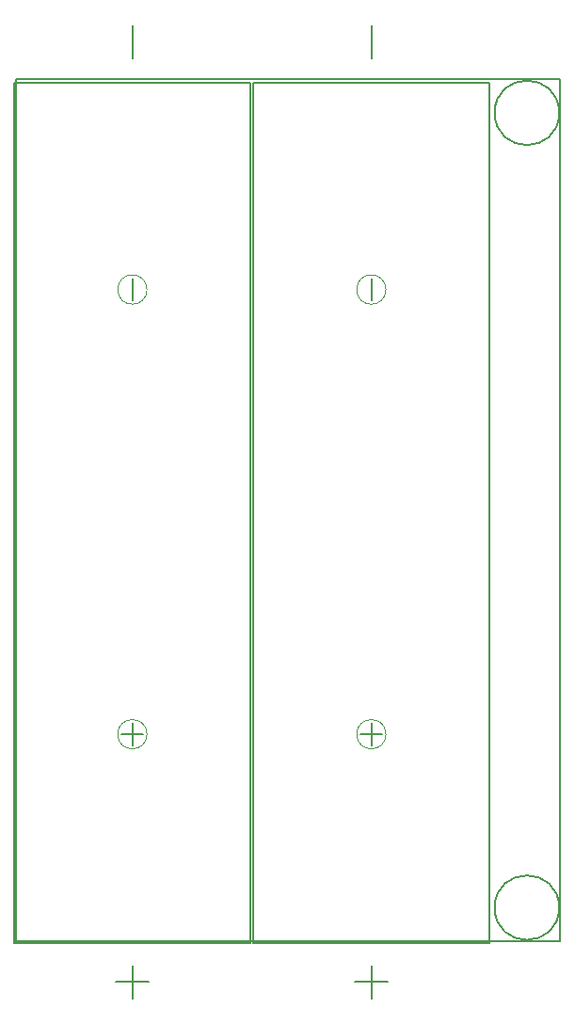
<source format=gto>
G04*
G04 #@! TF.GenerationSoftware,Altium Limited,Altium Designer,22.0.2 (36)*
G04*
G04 Layer_Color=65535*
%FSLAX44Y44*%
%MOMM*%
G71*
G04*
G04 #@! TF.SameCoordinates,30EAB5E2-3245-48BA-9E60-DBBC371523A7*
G04*
G04*
G04 #@! TF.FilePolarity,Positive*
G04*
G01*
G75*
%ADD10C,0.1000*%
%ADD11C,0.1500*%
D10*
X118153Y185999D02*
G03*
X118153Y185999I-13153J0D01*
G01*
Y586001D02*
G03*
X118153Y586001I-13153J0D01*
G01*
X333153Y185999D02*
G03*
X333153Y185999I-13153J0D01*
G01*
Y586001D02*
G03*
X333153Y586001I-13153J0D01*
G01*
D11*
X489000Y745000D02*
G03*
X489000Y745000I-29000J0D01*
G01*
Y30000D02*
G03*
X489000Y30000I-29000J0D01*
G01*
X-1000Y-2000D02*
Y772000D01*
Y-2000D02*
X211000D01*
Y772000D01*
X-1000D02*
X211000D01*
X105001Y176000D02*
Y196000D01*
X95000Y185999D02*
X115000D01*
X105001Y576000D02*
Y596000D01*
X105000Y-52000D02*
Y-22000D01*
X90000Y-37000D02*
X120000D01*
X105000Y794000D02*
Y824000D01*
X214000Y-2000D02*
Y772000D01*
Y-2000D02*
X426000D01*
Y772000D01*
X214000D02*
X426000D01*
X320001Y176000D02*
Y196000D01*
X310000Y185999D02*
X330000D01*
X320001Y576000D02*
Y596000D01*
X320000Y-52000D02*
Y-22000D01*
X305000Y-37000D02*
X335000D01*
X320000Y794000D02*
Y824000D01*
X490000Y625000D02*
Y694000D01*
X-0Y775000D02*
X0Y0D01*
X-0Y775000D02*
X490000D01*
X490000Y0D01*
X0D02*
X490000D01*
M02*

</source>
